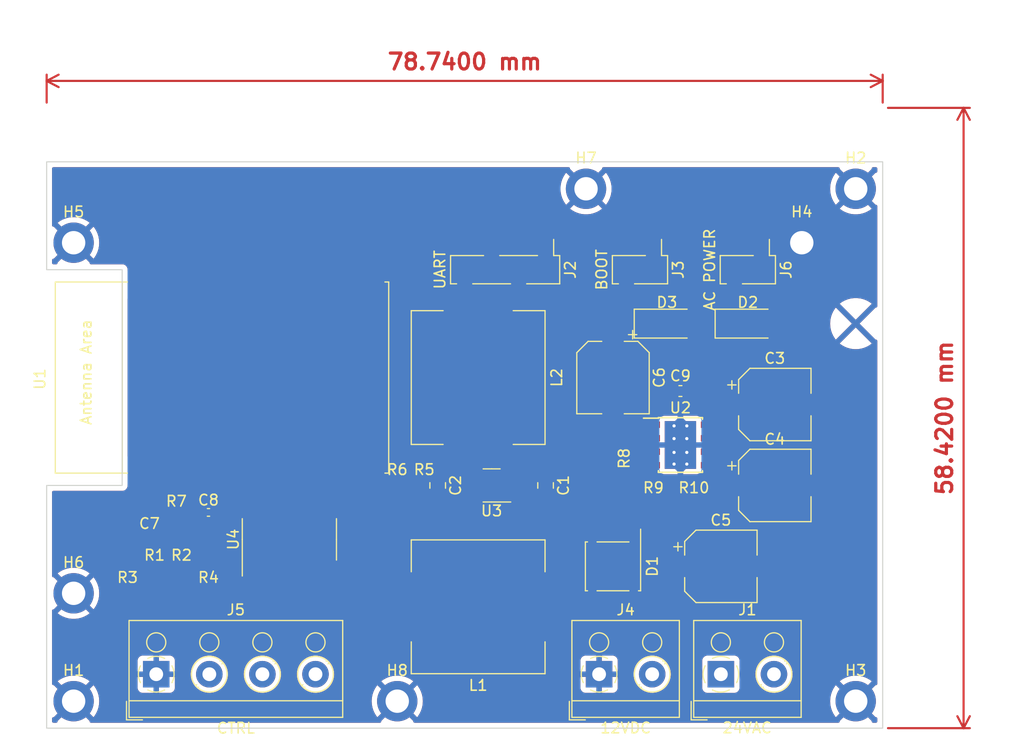
<source format=kicad_pcb>
(kicad_pcb (version 20211014) (generator pcbnew)
  (layers (0 "F.Cu" signal) (31 "B.Cu" signal) (34 "B.Paste" user) (35 "F.Paste" user) (36 "B.SilkS" user "B.Silkscreen") (37 "F.SilkS" user "F.Silkscreen") (38 "B.Mask" user) (39 "F.Mask" user) (44 "Edge.Cuts" user))
  (net 0 "")
  (net 18 "/GPIO0")
  (net 29 "GND")
  (net 30 "/FAN_CTRL")
  (net 31 "/PUMP_CTRL")
  (net 32 "/UART_TX")
  (net 33 "/UART_RX")
  (net 34 "/VAC-")
  (net 35 "/VAC+")
  (net 36 "Net-(C9-Pad2)")
  (net 37 "Net-(C3-Pad1)")
  (net 38 "/VCC12")
  (net 39 "/VCC33")
  (net 40 "Net-(R1-Pad1)")
  (net 41 "Net-(R2-Pad1)")
  (net 42 "/GPIO25")
  (net 43 "/GPIO26")
  (net 44 "/PUMP_TEMP")
  (net 45 "Net-(R5-Pad1)")
  (net 46 "/ADC1_CH0")
  (net 50 "/CHIP_PU")
  (net 51 "/AC_JUMPER")
  (net 52 "Net-(C9-Pad1)")
  (net 53 "Net-(R10-Pad1)")
  (net 57 "Net-(L1-Pad1)")
  (net 58 "Net-(C6-Pad1)")
  (net 59 "Net-(R8-Pad2)")
  (footprint "Package_SO:TI_SO-PowerPAD-8_ThermalVias" (layer "F.Cu") (at 125.73 118.11)
    (fp_text reference "U2" (at 0 -3.5) (layer "F.SilkS"))
    (fp_text value "TPS5430DDA")
    (fp_line (start -2.075 -2.525) (end -3.475 -2.525) (layer "F.SilkS") (width 0.15))
    (fp_line (start -2.075 2.575) (end -2.075 2.43) (layer "F.SilkS") (width 0.15))
    (fp_line (start 2.075 -2.575) (end 2.075 -2.43) (layer "F.SilkS") (width 0.15))
    (fp_line (start 2.075 2.575) (end 2.075 2.43) (layer "F.SilkS") (width 0.15))
    (fp_line (start -2.075 -2.575) (end 2.075 -2.575) (layer "F.SilkS") (width 0.15))
    (fp_line (start -2.075 2.575) (end 2.075 2.575) (layer "F.SilkS") (width 0.15))
    (fp_line (start -2.075 -2.575) (end -2.075 -2.525) (layer "F.SilkS") (width 0.15))
    (pad "1" smd rect (at -2.7 -1.905) (size 1.55 0.6) (layers "F.Cu" "F.Paste" "F.Mask") (net 52 "Net-(C9-Pad1)"))
    (pad "2" smd rect (at -2.7 -0.635) (size 1.55 0.6) (layers "F.Cu" "F.Paste" "F.Mask"))
    (pad "3" smd rect (at -2.7 0.635) (size 1.55 0.6) (layers "F.Cu" "F.Paste" "F.Mask"))
    (pad "4" smd rect (at -2.7 1.905) (size 1.55 0.6) (layers "F.Cu" "F.Paste" "F.Mask") (net 59 "Net-(R8-Pad2)"))
    (pad "5" smd rect (at 2.7 1.905) (size 1.55 0.6) (layers "F.Cu" "F.Paste" "F.Mask"))
    (pad "6" smd rect (at 2.7 0.635) (size 1.55 0.6) (layers "F.Cu" "F.Paste" "F.Mask") (net 29 "GND"))
    (pad "7" smd rect (at 2.7 -0.635) (size 1.55 0.6) (layers "F.Cu" "F.Paste" "F.Mask") (net 37 "Net-(C3-Pad1)"))
    (pad "8" smd rect (at 2.7 -1.905) (size 1.55 0.6) (layers "F.Cu" "F.Paste" "F.Mask") (net 36 "Net-(C9-Pad2)"))
    (pad "9" thru_hole circle (at -0.6 1.8) (size 0.6 0.6) (drill 0.3) (layers *.Cu) (net 29 "GND"))
    (pad "9" smd rect (at 0 0) (size 2.95 4.5) (layers "F.Cu") (net 29 "GND"))
    (pad "9" thru_hole circle (at -0.6 0.7) (size 0.6 0.6) (drill 0.3) (layers *.Cu) (net 29 "GND"))
    (pad "9" smd rect (at 0 0) (size 2.6 3.1) (layers "F.Cu" "F.Paste" "F.Mask") (net 29 "GND"))
    (pad "9" smd rect (at 0 0) (size 2.95 4.5) (layers "B.Cu") (net 29 "GND"))
    (pad "9" thru_hole circle (at 0.6 -0.6) (size 0.6 0.6) (drill 0.3) (layers *.Cu) (net 29 "GND"))
    (pad "9" thru_hole circle (at -0.6 -0.6) (size 0.6 0.6) (drill 0.3) (layers *.Cu) (net 29 "GND"))
    (pad "9" thru_hole circle (at 0.6 0.7) (size 0.6 0.6) (drill 0.3) (layers *.Cu) (net 29 "GND"))
    (pad "9" thru_hole circle (at 0.6 1.8) (size 0.6 0.6) (drill 0.3) (layers *.Cu) (net 29 "GND"))
    (pad "9" thru_hole circle (at -0.6 -1.8) (size 0.6 0.6) (drill 0.3) (layers *.Cu) (net 29 "GND"))
    (pad "9" thru_hole circle (at 0.6 -1.8) (size 0.6 0.6) (drill 0.3) (layers *.Cu) (net 29 "GND"))
  )
  (footprint "Connector_PinHeader_2.54mm:PinHeader_1x02_P2.54mm_Vertical_SMD_Pin1Left" (layer "F.Cu") (at 132.08 101.6 -90)
    (fp_text reference "J6" (at 0 -3.6 90) (layer "F.SilkS"))
    (fp_text value "AC POWER")
    (fp_text user "${VALUE}" (at 0 3.597991 90) (layer "F.SilkS"))
    (fp_line (start -1.33 -2.6) (end 1.33 -2.6) (layer "F.SilkS") (width 0.12))
    (fp_line (start -1.33 2.6) (end 1.33 2.6) (layer "F.SilkS") (width 0.12))
    (fp_line (start -1.33 -0.51) (end -1.33 2.6) (layer "F.SilkS") (width 0.12))
    (fp_line (start -1.33 -2.03) (end -2.85 -2.03) (layer "F.SilkS") (width 0.12))
    (fp_line (start 1.33 2.03) (end 1.33 2.6) (layer "F.SilkS") (width 0.12))
    (fp_line (start 1.33 -2.6) (end 1.33 0.51) (layer "F.SilkS") (width 0.12))
    (fp_line (start -1.33 -2.6) (end -1.33 -2.03) (layer "F.SilkS") (width 0.12))
    (pad "1" smd rect (at -1.655 -1.27 270) (size 2.51 1) (layers "F.Cu" "F.Paste" "F.Mask") (net 51 "/AC_JUMPER"))
    (pad "2" smd rect (at 1.655 1.27 270) (size 2.51 1) (layers "F.Cu" "F.Paste" "F.Mask") (net 38 "/VCC12"))
  )
  (footprint "Capacitor_SMD:CP_Elec_6.3x7.7" (layer "F.Cu") (at 134.62 121.92)
    (fp_text reference "C4" (at 0 -4.35) (layer "F.SilkS"))
    (fp_text value "470uF/50V")
    (fp_line (start -4.4375 -1.8475) (end -3.65 -1.8475) (layer "F.SilkS") (width 0.12))
    (fp_line (start -4.04375 -2.24125) (end -4.04375 -1.45375) (layer "F.SilkS") (width 0.12))
    (fp_line (start -3.41 2.345563) (end -2.345563 3.41) (layer "F.SilkS") (width 0.12))
    (fp_line (start 3.41 -3.41) (end 3.41 -1.06) (layer "F.SilkS") (width 0.12))
    (fp_line (start -3.41 2.345563) (end -3.41 1.06) (layer "F.SilkS") (width 0.12))
    (fp_line (start -2.345563 3.41) (end 3.41 3.41) (layer "F.SilkS") (width 0.12))
    (fp_line (start -2.345563 -3.41) (end 3.41 -3.41) (layer "F.SilkS") (width 0.12))
    (fp_line (start 3.41 3.41) (end 3.41 1.06) (layer "F.SilkS") (width 0.12))
    (fp_line (start -3.41 -2.345563) (end -2.345563 -3.41) (layer "F.SilkS") (width 0.12))
    (fp_line (start -3.41 -2.345563) (end -3.41 -1.06) (layer "F.SilkS") (width 0.12))
    (pad "1" smd roundrect (at -2.7 0) (size 3.5 1.6) (layers "F.Cu" "F.Paste" "F.Mask") (roundrect_rratio 0.15625) (net 37 "Net-(C3-Pad1)"))
    (pad "2" smd roundrect (at 2.7 0) (size 3.5 1.6) (layers "F.Cu" "F.Paste" "F.Mask") (roundrect_rratio 0.15625) (net 29 "GND"))
  )
  (footprint "Diode_SMD:D_SOD-128" (layer "F.Cu") (at 124.46 106.68)
    (fp_text reference "D3" (at 0 -2) (layer "F.SilkS"))
    (fp_text value "SS34")
    (fp_line (start -3.08 1.36) (end 1.9 1.36) (layer "F.SilkS") (width 0.12))
    (fp_line (start -3.08 -1.36) (end -3.08 1.36) (layer "F.SilkS") (width 0.12))
    (fp_line (start -3.08 -1.36) (end 1.9 -1.36) (layer "F.SilkS") (width 0.12))
    (pad "1" smd rect (at -2.2 0) (size 1.4 2.1) (layers "F.Cu" "F.Paste" "F.Mask") (net 51 "/AC_JUMPER"))
    (pad "2" smd rect (at 2.2 0) (size 1.4 2.1) (layers "F.Cu" "F.Paste" "F.Mask") (net 58 "Net-(C6-Pad1)"))
  )
  (footprint "Capacitor_SMD:C_0805_2012Metric" (layer "F.Cu") (at 113.03 121.92 -90)
    (fp_text reference "C1" (at 0 -1.68 90) (layer "F.SilkS"))
    (fp_text value "4.7 uF")
    (fp_line (start -0.261252 0.735) (end 0.261252 0.735) (layer "F.SilkS") (width 0.12))
    (fp_line (start -0.261252 -0.735) (end 0.261252 -0.735) (layer "F.SilkS") (width 0.12))
    (pad "1" smd roundrect (at -0.95 0 270) (size 1 1.45) (layers "F.Cu" "F.Paste" "F.Mask") (net 38 "/VCC12"))
    (pad "2" smd roundrect (at 0.95 0 270) (size 1 1.45) (layers "F.Cu" "F.Paste" "F.Mask") (net 29 "GND"))
  )
  (footprint "MountingHole:MountingHole_2.2mm_M2_DIN965_Pad_TopBottom" (layer "F.Cu") (at 68.58 99.06)
    (fp_text reference "H5" (at 0 -2.9) (layer "F.SilkS"))
    (fp_text value "MountingHole_Pad")
    (pad "1" connect circle (at 0 0) (size 3.8 3.8) (layers "B.Cu" "B.Mask") (net 29 "GND"))
    (pad "1" connect circle (at 0 0) (size 3.8 3.8) (layers "F.Cu" "F.Mask") (net 29 "GND"))
    (pad "1" thru_hole circle (at 0 0) (size 2.6 2.6) (drill 2.2) (layers *.Cu *.Mask) (net 29 "GND"))
  )
  (footprint "Capacitor_SMD:C_0805_2012Metric" (layer "F.Cu") (at 102.87 121.92 -90)
    (fp_text reference "C2" (at 0 -1.68 90) (layer "F.SilkS"))
    (fp_text value "10 uF")
    (fp_line (start -0.261252 -0.735) (end 0.261252 -0.735) (layer "F.SilkS") (width 0.12))
    (fp_line (start -0.261252 0.735) (end 0.261252 0.735) (layer "F.SilkS") (width 0.12))
    (pad "1" smd roundrect (at -0.95 0 270) (size 1 1.45) (layers "F.Cu" "F.Paste" "F.Mask") (net 39 "/VCC33"))
    (pad "2" smd roundrect (at 0.95 0 270) (size 1 1.45) (layers "F.Cu" "F.Paste" "F.Mask") (net 29 "GND"))
  )
  (footprint "Connector_PinHeader_2.54mm:PinHeader_1x04_P2.54mm_Vertical_SMD_Pin1Left" (layer "F.Cu") (at 109.22 101.6 -90)
    (fp_text reference "J2" (at 0 -6.14 90) (layer "F.SilkS"))
    (fp_text value "UART" (at 0 6.14 90) (layer "F.SilkS"))
    (fp_line (start 1.33 -0.51) (end 1.33 3.05) (layer "F.SilkS") (width 0.12))
    (fp_line (start -1.33 -4.57) (end -2.85 -4.57) (layer "F.SilkS") (width 0.12))
    (fp_line (start -1.33 2.03) (end -1.33 5.14) (layer "F.SilkS") (width 0.12))
    (fp_line (start -1.33 -5.14) (end 1.33 -5.14) (layer "F.SilkS") (width 0.12))
    (fp_line (start 1.33 -5.14) (end 1.33 -2.03) (layer "F.SilkS") (width 0.12))
    (fp_line (start -1.33 -5.14) (end -1.33 -4.57) (layer "F.SilkS") (width 0.12))
    (fp_line (start 1.33 4.57) (end 1.33 5.14) (layer "F.SilkS") (width 0.12))
    (fp_line (start -1.33 5.14) (end 1.33 5.14) (layer "F.SilkS") (width 0.12))
    (fp_line (start -1.33 -3.05) (end -1.33 0.51) (layer "F.SilkS") (width 0.12))
    (pad "1" smd rect (at -1.655 -3.81 270) (size 2.51 1) (layers "F.Cu" "F.Paste" "F.Mask") (net 39 "/VCC33"))
    (pad "2" smd rect (at 1.655 -1.27 270) (size 2.51 1) (layers "F.Cu" "F.Paste" "F.Mask") (net 29 "GND"))
    (pad "3" smd rect (at -1.655 1.27 270) (size 2.51 1) (layers "F.Cu" "F.Paste" "F.Mask") (net 33 "/UART_RX"))
    (pad "4" smd rect (at 1.655 3.81 270) (size 2.51 1) (layers "F.Cu" "F.Paste" "F.Mask") (net 32 "/UART_TX"))
  )
  (footprint "TerminalBlock_RND:TerminalBlock_RND_205-00001_1x02_P5.00mm_Horizontal" (layer "F.Cu") (at 129.54 139.7)
    (fp_text reference "J1" (at 2.5 -6.06) (layer "F.SilkS"))
    (fp_text value "24VAC")
    (fp_text user "${VALUE}" (at 2.477324 5.05147) (layer "F.SilkS"))
    (fp_line (start 6.07 -1.275) (end 6.011 -1.216) (layer "F.SilkS") (width 0.12))
    (fp_line (start -2.56 -5.06) (end -2.56 4.06) (layer "F.SilkS") (width 0.12))
    (fp_line (start -2.8 4.3) (end -1.3 4.3) (layer "F.SilkS") (width 0.12))
    (fp_line (start 6.275 -1.069) (end 6.181 -0.976) (layer "F.SilkS") (width 0.12))
    (fp_line (start 3.82 0.976) (end 3.726 1.069) (layer "F.SilkS") (width 0.12))
    (fp_line (start -2.56 2.5) (end 7.56 2.5) (layer "F.SilkS") (width 0.12))
    (fp_line (start -2.8 2.56) (end -2.8 4.3) (layer "F.SilkS") (width 0.12))
    (fp_line (start -2.56 -5.06) (end 7.56 -5.06) (layer "F.SilkS") (width 0.12))
    (fp_line (start -2.56 4.06) (end 7.56 4.06) (layer "F.SilkS") (width 0.12))
    (fp_line (start 3.99 1.216) (end 3.931 1.274) (layer "F.SilkS") (width 0.12))
    (fp_line (start 7.56 -5.06) (end 7.56 4.06) (layer "F.SilkS") (width 0.12))
    (fp_arc (start 1.483953 -0.789089) (mid 1.680708 -0.00005) (end 1.484 0.789) (layer "F.SilkS") (width 0.12))
    (fp_arc (start -0.789089 -1.483953) (mid -0.00005 -1.680708) (end 0.789 -1.484) (layer "F.SilkS") (width 0.12))
    (fp_arc (start -1.483953 0.789089) (mid -1.680708 0.00005) (end -1.484 -0.789) (layer "F.SilkS") (width 0.12))
    (fp_arc (start 0.029383 1.68045) (mid -0.392304 1.634281) (end -0.789 1.484) (layer "F.SilkS") (width 0.12))
    (fp_arc (start 0.788712 1.483352) (mid 0.406429 1.630097) (end 0 1.68) (layer "F.SilkS") (width 0.12))
    (fp_circle (center 5 0) (end 6.68 0) (layer "F.SilkS") (width 0.12) (fill none))
    (fp_circle (center 5 -3) (end 5.9 -3) (layer "F.SilkS") (width 0.12) (fill none))
    (fp_circle (center 0 -3) (end 0.9 -3) (layer "F.SilkS") (width 0.12) (fill none))
    (pad "1" thru_hole rect (at 0 0) (size 2.5 2.5) (drill 1.3) (layers *.Cu *.Mask) (net 34 "/VAC-"))
    (pad "2" thru_hole circle (at 5 0) (size 2.5 2.5) (drill 1.3) (layers *.Cu *.Mask) (net 35 "/VAC+"))
  )
  (footprint "Package_TO_SOT_SMD:SOT-23-5" (layer "F.Cu") (at 107.95 121.92 180)
    (fp_text reference "U3" (at 0 -2.4) (layer "F.SilkS"))
    (fp_text value "TPS62203DBV")
    (fp_line (start 0 -1.56) (end -1.8 -1.56) (layer "F.SilkS") (width 0.12))
    (fp_line (start 0 -1.56) (end 0.8 -1.56) (layer "F.SilkS") (width 0.12))
    (fp_line (start 0 1.56) (end 0.8 1.56) (layer "F.SilkS") (width 0.12))
    (fp_line (start 0 1.56) (end -0.8 1.56) (layer "F.SilkS") (width 0.12))
    (pad "1" smd roundrect (at -1.1375 -0.95 180) (size 1.325 0.6) (layers "F.Cu" "F.Paste" "F.Mask") (net 38 "/VCC12"))
    (pad "2" smd roundrect (at -1.1375 0 180) (size 1.325 0.6) (layers "F.Cu" "F.Paste" "F.Mask") (net 29 "GND"))
    (pad "3" smd roundrect (at -1.1375 0.95 180) (size 1.325 0.6) (layers "F.Cu" "F.Paste" "F.Mask") (net 38 "/VCC12"))
    (pad "4" smd roundrect (at 1.1375 0.95 180) (size 1.325 0.6) (layers "F.Cu" "F.Paste" "F.Mask") (net 39 "/VCC33"))
    (pad "5" smd roundrect (at 1.1375 -0.95 180) (size 1.325 0.6) (layers "F.Cu" "F.Paste" "F.Mask") (net 57 "Net-(L1-Pad1)"))
  )
  (footprint "Resistor_SMD:R_0201_0603Metric" (layer "F.Cu") (at 123.19 123.19)
    (fp_text reference "R9" (at 0 -1.05) (layer "F.SilkS"))
    (fp_text value "1.8k")
    (pad "1" smd roundrect (at -0.32 0) (size 0.46 0.4) (layers "F.Cu" "F.Mask") (net 59 "Net-(R8-Pad2)"))
    (pad "2" smd roundrect (at 0.32 0) (size 0.46 0.4) (layers "F.Cu" "F.Mask") (net 53 "Net-(R10-Pad1)"))
  )
  (footprint "Diode_SMD:D_SOD-128" (layer "F.Cu") (at 132.08 106.68)
    (fp_text reference "D2" (at 0 -2) (layer "F.SilkS"))
    (fp_text value "SS34")
    (fp_line (start -3.08 -1.36) (end -3.08 1.36) (layer "F.SilkS") (width 0.12))
    (fp_line (start -3.08 1.36) (end 1.9 1.36) (layer "F.SilkS") (width 0.12))
    (fp_line (start -3.08 -1.36) (end 1.9 -1.36) (layer "F.SilkS") (width 0.12))
    (pad "1" smd rect (at -2.2 0) (size 1.4 2.1) (layers "F.Cu" "F.Paste" "F.Mask") (net 36 "Net-(C9-Pad2)"))
    (pad "2" smd rect (at 2.2 0) (size 1.4 2.1) (layers "F.Cu" "F.Paste" "F.Mask") (net 29 "GND"))
  )
  (footprint "MountingHole:MountingHole_2.2mm_M2_DIN965_Pad_TopBottom" (layer "F.Cu") (at 99.06 142.24)
    (fp_text reference "H8" (at 0 -2.9) (layer "F.SilkS"))
    (fp_text value "MountingHole_Pad")
    (pad "1" connect circle (at 0 0) (size 3.8 3.8) (layers "B.Cu" "B.Mask") (net 29 "GND"))
    (pad "1" connect circle (at 0 0) (size 3.8 3.8) (layers "F.Cu" "F.Mask") (net 29 "GND"))
    (pad "1" thru_hole circle (at 0 0) (size 2.6 2.6) (drill 2.2) (layers *.Cu *.Mask) (net 29 "GND"))
  )
  (footprint "Resistor_SMD:R_0201_0603Metric" (layer "F.Cu") (at 73.66 129.54 180)
    (fp_text reference "R3" (at 0 -1.05) (layer "F.SilkS"))
    (fp_text value "68k")
    (pad "1" smd roundrect (at -0.32 0 180) (size 0.46 0.4) (layers "F.Cu" "F.Mask") (net 40 "Net-(R1-Pad1)"))
    (pad "2" smd roundrect (at 0.32 0 180) (size 0.46 0.4) (layers "F.Cu" "F.Mask") (net 30 "/FAN_CTRL"))
  )
  (footprint "MountingHole:MountingHole_2.2mm_M2_DIN965_Pad_TopBottom" (layer "F.Cu") (at 137.16 99.06)
    (fp_text reference "H4" (at 0 -2.9) (layer "F.SilkS"))
    (fp_text value "MountingHole_Pad")
    (pad "1" thru_hole circle (at 0 0) (size 2.6 2.6) (drill 2.2) (layers *.Cu *.Mask) (net 29 "GND"))
    (pad "1" connect circle (at 0 0) (size 3.8 3.8) (layers "F.Cu" "F.Mask") (net 29 "GND"))
    (pad "1" connect circle (at 0 0) (size 3.8 3.8) (layers "B.Cu" "B.Mask") (net 29 "GND"))
  )
  (footprint "MountingHole:MountingHole_2.2mm_M2_DIN965_Pad_TopBottom" (layer "F.Cu") (at 142.24 142.24)
    (fp_text reference "H3" (at 0 -2.9) (layer "F.SilkS"))
    (fp_text value "MountingHole_Pad")
    (pad "1" thru_hole circle (at 0 0) (size 2.6 2.6) (drill 2.2) (layers *.Cu *.Mask) (net 29 "GND"))
    (pad "1" connect circle (at 0 0) (size 3.8 3.8) (layers "B.Cu" "B.Mask") (net 29 "GND"))
    (pad "1" connect circle (at 0 0) (size 3.8 3.8) (layers "F.Cu" "F.Mask") (net 29 "GND"))
  )
  (footprint "Resistor_SMD:R_0201_0603Metric" (layer "F.Cu") (at 99.06 119.38 180)
    (fp_text reference "R6" (at 0 -1.05) (layer "F.SilkS"))
    (fp_text value "2k")
    (pad "1" smd roundrect (at -0.32 0 180) (size 0.46 0.4) (layers "F.Cu" "F.Mask") (net 46 "/ADC1_CH0"))
    (pad "2" smd roundrect (at 0.32 0 180) (size 0.46 0.4) (layers "F.Cu" "F.Mask") (net 29 "GND"))
  )
  (footprint "Inductor_SMD:L_12x12mm_H8mm" (layer "F.Cu") (at 106.68 111.76 -90)
    (fp_text reference "L2" (at 0 -7.4 90) (layer "F.SilkS"))
    (fp_text value "YPRH1207-270M")
    (fp_line (start 6.3 3.3) (end 6.3 6.3) (layer "F.SilkS") (width 0.12))
    (fp_line (start -6.3 6.3) (end -6.3 3.3) (layer "F.SilkS") (width 0.12))
    (fp_line (start -6.3 -6.3) (end 6.3 -6.3) (layer "F.SilkS") (width 0.12))
    (fp_line (start 6.3 6.3) (end -6.3 6.3) (layer "F.SilkS") (width 0.12))
    (fp_line (start 6.3 -6.3) (end 6.3 -3.3) (layer "F.SilkS") (width 0.12))
    (fp_line (start -6.3 -3.3) (end -6.3 -6.3) (layer "F.SilkS") (width 0.12))
    (pad "1" smd rect (at -4.95 0 270) (size 2.9 5.4) (layers "F.Cu" "F.Paste" "F.Mask") (net 36 "Net-(C9-Pad2)"))
    (pad "2" smd rect (at 4.95 0 270) (size 2.9 5.4) (layers "F.Cu" "F.Paste" "F.Mask") (net 58 "Net-(C6-Pad1)"))
  )
  (footprint "Resistor_SMD:R_0201_0603Metric" (layer "F.Cu") (at 78.74 129.54)
    (fp_text reference "R2" (at 0 -1.05) (layer "F.SilkS"))
    (fp_text value "33k")
    (pad "1" smd roundrect (at -0.32 0) (size 0.46 0.4) (layers "F.Cu" "F.Mask") (net 41 "Net-(R2-Pad1)"))
    (pad "2" smd roundrect (at 0.32 0) (size 0.46 0.4) (layers "F.Cu" "F.Mask") (net 29 "GND"))
  )
  (footprint "TerminalBlock_RND:TerminalBlock_RND_205-00003_1x04_P5.00mm_Horizontal" (layer "F.Cu") (at 76.36 139.7)
    (fp_text reference "J5" (at 7.5 -6.06) (layer "F.SilkS"))
    (fp_text value "CTRL")
    (fp_text user "${VALUE}" (at 7.5005 5.08) (layer "F.SilkS"))
    (fp_line (start 17.561 -5.06) (end 17.561 4.06) (layer "F.SilkS") (width 0.12))
    (fp_line (start 16.275 -1.069) (end 16.181 -0.976) (layer "F.SilkS") (width 0.12))
    (fp_line (start -2.8 4.3) (end -1.3 4.3) (layer "F.SilkS") (width 0.12))
    (fp_line (start 13.99 1.216) (end 13.931 1.274) (layer "F.SilkS") (width 0.12))
    (fp_line (start -2.56 4.06) (end 17.561 4.06) (layer "F.SilkS") (width 0.12))
    (fp_line (start 8.82 0.976) (end 8.726 1.069) (layer "F.SilkS") (width 0.12))
    (fp_line (start 3.82 0.976) (end 3.726 1.069) (layer "F.SilkS") (width 0.12))
    (fp_line (start 13.82 0.976) (end 13.726 1.069) (layer "F.SilkS") (width 0.12))
    (fp_line (start 16.07 -1.275) (end 16.011 -1.216) (layer "F.SilkS") (width 0.12))
    (fp_line (start -2.56 -5.06) (end 17.561 -5.06) (layer "F.SilkS") (width 0.12))
    (fp_line (start -2.56 2.5) (end 17.561 2.5) (layer "F.SilkS") (width 0.12))
    (fp_line (start 6.275 -1.069) (end 6.181 -0.976) (layer "F.SilkS") (width 0.12))
    (fp_line (start 11.07 -1.275) (end 11.011 -1.216) (layer "F.SilkS") (width 0.12))
    (fp_line (start 3.99 1.216) (end 3.931 1.274) (layer "F.SilkS") (width 0.12))
    (fp_line (start 8.99 1.216) (end 8.931 1.274) (layer "F.SilkS") (width 0.12))
    (fp_line (start -2.8 2.56) (end -2.8 4.3) (layer "F.SilkS") (width 0.12))
    (fp_line (start 6.07 -1.275) (end 6.011 -1.216) (layer "F.SilkS") (width 0.12))
    (fp_line (start 11.275 -1.069) (end 11.181 -0.976) (layer "F.SilkS") (width 0.12))
    (fp_line (start -2.56 -5.06) (end -2.56 4.06) (layer "F.SilkS") (width 0.12))
    (fp_arc (start -0.789089 -1.483953) (mid -0.00005 -1.680708) (end 0.789 -1.484) (layer "F.SilkS") (width 0.12))
    (fp_arc (start 0.788712 1.483352) (mid 0.406429 1.630097) (end 0 1.68) (layer "F.SilkS") (width 0.12))
    (fp_arc (start -1.483953 0.789089) (mid -1.680708 0.00005) (end -1.484 -0.789) (layer "F.SilkS") (width 0.12))
    (fp_arc (start 1.483953 -0.789089) (mid 1.680708 -0.00005) (end 1.484 0.789) (layer "F.SilkS") (width 0.12))
    (fp_arc (start 0.029383 1.68045) (mid -0.392304 1.634281) (end -0.789 1.484) (layer "F.SilkS") (width 0.12))
    (fp_circle (center 15 0) (end 16.68 0) (layer "F.SilkS") (width 0.12) (fill none))
    (fp_circle (center 5 -3) (end 5.9 -3) (layer "F.SilkS") (width 0.12) (fill none))
    (fp_circle (center 0 -3) (end 0.9 -3) (layer "F.SilkS") (width 0.12) (fill none))
    (fp_circle (center 15 -3) (end 15.9 -3) (layer "F.SilkS") (width 0.12) (fill none))
    (fp_circle (center 5 0) (end 6.68 0) (layer "F.SilkS") (width 0.12) (fill none))
    (fp_circle (center 10 -3) (end 10.9 -3) (layer "F.SilkS") (width 0.12) (fill none))
    (fp_circle (center 10 0) (end 11.68 0) (layer "F.SilkS") (width 0.12) (fill none))
    (pad "1" thru_hole rect (at 0 0) (size 2.5 2.5) (drill 1.3) (layers *.Cu *.Mask) (net 29 "GND"))
    (pad "2" thru_hole circle (at 5 0) (size 2.5 2.5) (drill 1.3) (layers *.Cu *.Mask) (net 30 "/FAN_CTRL"))
    (pad "3" thru_hole circle (at 10 0) (size 2.5 2.5) (drill 1.3) (layers *.Cu *.Mask) (net 31 "/PUMP_CTRL"))
    (pad "4" thru_hole circle (at 15 0) (size 2.5 2.5) (drill 1.3) (layers *.Cu *.Mask) (net 44 "/PUMP_TEMP"))
  )
  (footprint "Capacitor_SMD:CP_Elec_6.3x7.7" (layer "F.Cu") (at 129.54 129.54)
    (fp_text reference "C5" (at 0 -4.35) (layer "F.SilkS"))
    (fp_text value "470uF/50V")
    (fp_line (start -2.345563 -3.41) (end 3.41 -3.41) (layer "F.SilkS") (width 0.12))
    (fp_line (start -4.04375 -2.24125) (end -4.04375 -1.45375) (layer "F.SilkS") (width 0.12))
    (fp_line (start -3.41 -2.345563) (end -3.41 -1.06) (layer "F.SilkS") (width 0.12))
    (fp_line (start -3.41 -2.345563) (end -2.345563 -3.41) (layer "F.SilkS") (width 0.12))
    (fp_line (start -2.345563 3.41) (end 3.41 3.41) (layer "F.SilkS") (width 0.12))
    (fp_line (start 3.41 -3.41) (end 3.41 -1.06) (layer "F.SilkS") (width 0.12))
    (fp_line (start -3.41 2.345563) (end -3.41 1.06) (layer "F.SilkS") (width 0.12))
    (fp_line (start 3.41 3.41) (end 3.41 1.06) (layer "F.SilkS") (width 0.12))
    (fp_line (start -4.4375 -1.8475) (end -3.65 -1.8475) (layer "F.SilkS") (width 0.12))
    (fp_line (start -3.41 2.345563) (end -2.345563 3.41) (layer "F.SilkS") (width 0.12))
    (pad "1" smd roundrect (at -2.7 0) (size 3.5 1.6) (layers "F.Cu" "F.Paste" "F.Mask") (roundrect_rratio 0.15625) (net 37 "Net-(C3-Pad1)"))
    (pad "2" smd roundrect (at 2.7 0) (size 3.5 1.6) (layers "F.Cu" "F.Paste" "F.Mask") (roundrect_rratio 0.15625) (net 29 "GND"))
  )
  (footprint "Capacitor_SMD:C_0603_1608Metric" (layer "F.Cu") (at 125.73 113.03)
    (fp_text reference "C9" (at 0 -1.43) (layer "F.SilkS"))
    (fp_text value "0.01uF")
    (fp_line (start -0.14058 0.51) (end 0.14058 0.51) (layer "F.SilkS") (width 0.12))
    (fp_line (start -0.14058 -0.51) (end 0.14058 -0.51) (layer "F.SilkS") (width 0.12))
    (pad "1" smd roundrect (at -0.775 0) (size 0.9 0.95) (layers "F.Cu" "F.Paste" "F.Mask") (net 52 "Net-(C9-Pad1)"))
    (pad "2" smd roundrect (at 0.775 0) (size 0.9 0.95) (layers "F.Cu" "F.Paste" "F.Mask") (net 36 "Net-(C9-Pad2)"))
  )
  (footprint "Capacitor_SMD:C_0201_0603Metric" (layer "F.Cu") (at 75.72 124.46 180)
    (fp_text reference "C7" (at 0 -1.05) (layer "F.SilkS"))
    (fp_text value "0.1uF/5V")
    (pad "1" smd roundrect (at -0.32 0 180) (size 0.46 0.4) (layers "F.Cu" "F.Mask") (net 39 "/VCC33"))
    (pad "2" smd roundrect (at 0.32 0 180) (size 0.46 0.4) (layers "F.Cu" "F.Mask") (net 29 "GND"))
  )
  (footprint "MountingHole:MountingHole_2.2mm_M2_DIN965_Pad_TopBottom" (layer "F.Cu") (at 116.84 93.98)
    (fp_text reference "H7" (at 0 -2.9) (layer "F.SilkS"))
    (fp_text value "MountingHole_Pad")
    (pad "1" connect circle (at 0 0) (size 3.8 3.8) (layers "B.Cu" "B.Mask") (net 29 "GND"))
    (pad "1" thru_hole circle (at 0 0) (size 2.6 2.6) (drill 2.2) (layers *.Cu *.Mask) (net 29 "GND"))
    (pad "1" connect circle (at 0 0) (size 3.8 3.8) (layers "F.Cu" "F.Mask") (net 29 "GND"))
  )
  (footprint "Resistor_SMD:R_0201_0603Metric" (layer "F.Cu") (at 76.2 129.54)
    (fp_text reference "R1" (at 0 -1.05) (layer "F.SilkS"))
    (fp_text value "33k")
    (pad "1" smd roundrect (at -0.32 0) (size 0.46 0.4) (layers "F.Cu" "F.Mask") (net 40 "Net-(R1-Pad1)"))
    (pad "2" smd roundrect (at 0.32 0) (size 0.46 0.4) (layers "F.Cu" "F.Mask") (net 29 "GND"))
  )
  (footprint "MountingHole:MountingHole_2.2mm_M2_DIN965_Pad_TopBottom" (layer "F.Cu") (at 142.24 93.98)
    (fp_text reference "H2" (at 0 -2.9) (layer "F.SilkS"))
    (fp_text value "MountingHole_Pad")
    (pad "1" thru_hole circle (at 0 0) (size 2.6 2.6) (drill 2.2) (layers *.Cu *.Mask) (net 29 "GND"))
    (pad "1" connect circle (at 0 0) (size 3.8 3.8) (layers "F.Cu" "F.Mask") (net 29 "GND"))
    (pad "1" connect circle (at 0 0) (size 3.8 3.8) (layers "B.Cu" "B.Mask") (net 29 "GND"))
  )
  (footprint "Inductor_SMD:L_12x12mm_H8mm" (layer "F.Cu") (at 106.68 133.35 180)
    (fp_text reference "L1" (at 0 -7.4) (layer "F.SilkS"))
    (fp_text value "YPRH1207-270M")
    (fp_line (start 6.3 -6.3) (end 6.3 -3.3) (layer "F.SilkS") (width 0.12))
    (fp_line (start -6.3 -3.3) (end -6.3 -6.3) (layer "F.SilkS") (width 0.12))
    (fp_line (start -6.3 6.3) (end -6.3 3.3) (layer "F.SilkS") (width 0.12))
    (fp_line (start 6.3 3.3) (end 6.3 6.3) (layer "F.SilkS") (width 0.12))
    (fp_line (start 6.3 6.3) (end -6.3 6.3) (layer "F.SilkS") (width 0.12))
    (fp_line (start -6.3 -6.3) (end 6.3 -6.3) (layer "F.SilkS") (width 0.12))
    (pad "1" smd rect (at -4.95 0 180) (size 2.9 5.4) (layers "F.Cu" "F.Paste" "F.Mask") (net 57 "Net-(L1-Pad1)"))
    (pad "2" smd rect (at 4.95 0 180) (size 2.9 5.4) (layers "F.Cu" "F.Paste" "F.Mask") (net 39 "/VCC33"))
  )
  (footprint "Capacitor_SMD:CP_Elec_6.3x7.7" (layer "F.Cu") (at 119.38 111.76 -90)
    (fp_text reference "C6" (at 0 -4.35 90) (layer "F.SilkS"))
    (fp_text value "100uF/25V")
    (fp_line (start 3.41 -3.41) (end 3.41 -1.06) (layer "F.SilkS") (width 0.12))
    (fp_line (start -4.4375 -1.8475) (end -3.65 -1.8475) (layer "F.SilkS") (width 0.12))
    (fp_line (start -3.41 -2.345563) (end -3.41 -1.06) (layer "F.SilkS") (width 0.12))
    (fp_line (start -2.345563 -3.41) (end 3.41 -3.41) (layer "F.SilkS") (width 0.12))
    (fp_line (start -3.41 2.345563) (end -2.345563 3.41) (layer "F.SilkS") (width 0.12))
    (fp_line (start -4.04375 -2.24125) (end -4.04375 -1.45375) (layer "F.SilkS") (width 0.12))
    (fp_line (start -3.41 2.345563) (end -3.41 1.06) (layer "F.SilkS") (width 0.12))
    (fp_line (start 3.41 3.41) (end 3.41 1.06) (layer "F.SilkS") (width 0.12))
    (fp_line (start -2.345563 3.41) (end 3.41 3.41) (layer "F.SilkS") (width 0.12))
    (fp_line (start -3.41 -2.345563) (end -2.345563 -3.41) (layer "F.SilkS") (width 0.12))
    (pad "1" smd roundrect (at -2.7 0 270) (size 3.5 1.6) (layers "F.Cu" "F.Paste" "F.Mask") (roundrect_rratio 0.15625) (net 58 "Net-(C6-Pad1)"))
    (pad "2" smd roundrect (at 2.7 0 270) (size 3.5 1.6) (layers "F.Cu" "F.Paste" "F.Mask") (roundrect_rratio 0.15625) (net 29 "GND"))
  )
  (footprint "Resistor_SMD:R_0201_0603Metric" (layer "F.Cu") (at 81.28 129.54 180)
    (fp_text reference "R4" (at 0 -1.05) (layer "F.SilkS"))
    (fp_text value "68k")
    (pad "1" smd roundrect (at -0.32 0 180) (size 0.46 0.4) (layers "F.Cu" "F.Mask") (net 41 "Net-(R2-Pad1)"))
    (pad "2" smd roundrect (at 0.32 0 180) (size 0.46 0.4) (layers "F.Cu" "F.Mask") (net 31 "/PUMP_CTRL"))
  )
  (footprint "TerminalBlock_RND:TerminalBlock_RND_205-00001_1x02_P5.00mm_Horizontal" (layer "F.Cu") (at 118.07 139.7)
    (fp_text reference "J4" (at 2.5 -6.06) (layer "F.SilkS"))
    (fp_text value "12VDC")
    (fp_text user "${VALUE}" (at 2.5 5.06) (layer "F.SilkS"))
    (fp_line (start 6.07 -1.275) (end 6.011 -1.216) (layer "F.SilkS") (width 0.12))
    (fp_line (start -2.56 2.5) (end 7.56 2.5) (layer "F.SilkS") (width 0.12))
    (fp_line (start 3.99 1.216) (end 3.931 1.274) (layer "F.SilkS") (width 0.12))
    (fp_line (start 3.82 0.976) (end 3.726 1.069) (layer "F.SilkS") (width 0.12))
    (fp_line (start -2.56 4.06) (end 7.56 4.06) (layer "F.SilkS") (width 0.12))
    (fp_line (start 7.56 -5.06) (end 7.56 4.06) (layer "F.SilkS") (width 0.12))
    (fp_line (start -2.8 4.3) (end -1.3 4.3) (layer "F.SilkS") (width 0.12))
    (fp_line (start 6.275 -1.069) (end 6.181 -0.976) (layer "F.SilkS") (width 0.12))
    (fp_line (start -2.56 -5.06) (end -2.56 4.06) (layer "F.SilkS") (width 0.12))
    (fp_line (start -2.8 2.56) (end -2.8 4.3) (layer "F.SilkS") (width 0.12))
    (fp_line (start -2.56 -5.06) (end 7.56 -5.06) (layer "F.SilkS") (width 0.12))
    (fp_arc (start 1.483953 -0.789089) (mid 1.680708 -0.00005) (end 1.484 0.789) (layer "F.SilkS") (width 0.12))
    (fp_arc (start -1.483953 0.789089) (mid -1.680708 0.00005) (end -1.484 -0.789) (layer "F.SilkS") (width 0.12))
    (fp_arc (start 0.788712 1.483352) (mid 0.406429 1.630097) (end 0 1.68) (layer "F.SilkS") (width 0.12))
    (fp_arc (start -0.789089 -1.483953) (mid -0.00005 -1.680708) (end 0.789 -1.484) (layer "F.SilkS") (width 0.12))
    (fp_arc (start 0.029383 1.68045) (mid -0.392304 1.634281) (end -0.789 1.484) (layer "F.SilkS") (width 0.12))
    (fp_circle (center 0 -3) (end 0.9 -3) (layer "F.SilkS") (width 0.12) (fill none))
    (fp_circle (center 5 -3) (end 5.9 -3) (layer "F.SilkS") (width 0.12) (fill none))
    (fp_circle (center 5 0) (end 6.68 0) (layer "F.SilkS") (width 0.12) (fill none))
    (pad "1" thru_hole rect (at 0 0) (size 2.5 2.5) (drill 1.3) (layers *.Cu *.Mask) (net 29 "GND"))
    (pad "2" thru_hole circle (at 5 0) (size 2.5 2.5) (drill 1.3) (layers *.Cu *.Mask) (net 38 "/VCC12"))
  )
  (footprint "Diode_SMD:Diode_Bridge_Diotec_ABS" (layer "F.Cu") (at 119.38 129.54 -90)
    (fp_text reference "D1" (at 0 -3.7 90) (layer "F.SilkS"))
    (fp_text value "ABS2")
    (fp_line (start 2.3 2.6) (end -2.3 2.6) (layer "F.SilkS") (width 0.12))
    (fp_line (start 2.3 -2.4) (end 2.3 -2.6) (layer "F.SilkS") (width 0.12))
    (fp_line (start -2.3 2.6) (end -2.3 2.4) (layer "F.SilkS") (width 0.12))
    (fp_line (start 2.3 -1.5) (end 2.3 1.5) (layer "F.SilkS") (width 0.12))
    (fp_line (start -2.3 1.5) (end -2.3 -1.5) (layer "F.SilkS") (width 0.12))
    (fp_line (start 2.3 2.4) (end 2.3 2.6) (layer "F.SilkS") (width 0.12))
    (fp_line (start 2.3 -2.6) (end -3.5 -2.6) (layer "F.SilkS") (width 0.12))
    (pad "1" smd rect (at -2.975 -2 270) (size 1 0.7) (layers "F.Cu" "F.Paste" "F.Mask") (net 37 "Net-(C3-Pad1)"))
    (pad "2" smd rect (at -2.975 2 270) (size 1 0.7) (layers "F.Cu" "F.Paste" "F.Mask") (net 29 "GND"))
    (pad "3" smd rect (at 2.975 2 270) (size 1 0.7) (layers "F.Cu" "F.Paste" "F.Mask") (net 34 "/VAC-"))
    (pad "4" smd rect (at 2.975 -2 270) (size 1 0.7) (layers "F.Cu" "F.Paste" "F.Mask") (net 35 "/VAC+"))
  )
  (footprint "MountingHole:MountingHole_2.2mm_M2_DIN965_Pad_TopBottom" (layer "F.Cu") (at 68.58 132.08)
    (fp_text reference "H6" (at 0 -2.9) (layer "F.SilkS"))
    (fp_text value "MountingHole_Pad")
    (pad "1" connect circle (at 0 0) (size 3.8 3.8) (layers "B.Cu" "B.Mask") (net 29 "GND"))
    (pad "1" thru_hole circle (at 0 0) (size 2.6 2.6) (drill 2.2) (layers *.Cu *.Mask) (net 29 "GND"))
    (pad "1" connect circle (at 0 0) (size 3.8 3.8) (layers "F.Cu" "F.Mask") (net 29 "GND"))
  )
  (footprint "Resistor_SMD:R_0201_0603Metric" (layer "F.Cu") (at 101.6 119.38 180)
    (fp_text reference "R5" (at 0 -1.05) (layer "F.SilkS"))
    (fp_text value "18k")
    (pad "1" smd roundrect (at -0.32 0 180) (size 0.46 0.4) (layers "F.Cu" "F.Mask") (net 45 "Net-(R5-Pad1)"))
    (pad "2" smd roundrect (at 0.32 0 180) (size 0.46 0.4) (layers "F.Cu" "F.Mask") (net 46 "/ADC1_CH0"))
  )
  (footprint "Connector_PinHeader_2.54mm:PinHeader_1x02_P2.54mm_Vertical_SMD_Pin1Left" (layer "F.Cu") (at 121.92 101.6 -90)
    (fp_text reference "J3" (at 0 -3.6 90) (layer "F.SilkS"))
    (fp_text value "BOOT" (at 0 3.6 90) (layer "F.SilkS"))
    (fp_line (start 1.33 -2.6) (end 1.33 0.51) (layer "F.SilkS") (width 0.12))
    (fp_line (start -1.33 -2.6) (end 1.33 -2.6) (layer "F.SilkS") (width 0.12))
    (fp_line (start 1.33 2.03) (end 1.33 2.6) (layer "F.SilkS") (width 0.12))
    (fp_line (start -1.33 -0.51) (end -1.33 2.6) (layer "F.SilkS") (width 0.12))
    (fp_line (start -1.33 -2.03) (end -2.85 -2.03) (layer "F.SilkS") (width 0.12))
    (fp_line (start -1.33 -2.6) (end -1.33 -2.03) (layer "F.SilkS") (width 0.12))
    (fp_line (start -1.33 2.6) (end 1.33 2.6) (layer "F.SilkS") (width 0.12))
    (pad "1" smd rect (at -1.655 -1.27 270) (size 2.51 1) (layers "F.Cu" "F.Paste" "F.Mask") (net 18 "/GPIO0"))
    (pad "2" smd rect (at 1.655 1.27 270) (size 2.51 1) (layers "F.Cu" "F.Paste" "F.Mask") (net 29 "GND"))
  )
  (footprint "Capacitor_SMD:C_0402_1005Metric" (layer "F.Cu") (at 81.28 124.46)
    (fp_text reference "C8" (at 0 -1.16) (layer "F.SilkS"))
    (fp_text value "1uF/5V")
    (fp_line (start -0.107836 0.36) (end 0.107836 0.36) (layer "F.SilkS") (width 0.12))
    (fp_line (start -0.107836 -0.36) (end 0.107836 -0.36) (layer "F.SilkS") (width 0.12))
    (pad "1" smd roundrect (at -0.48 0) (size 0.56 0.62) (layers "F.Cu" "F.Paste" "F.Mask") (net 50 "/CHIP_PU"))
    (pad "2" smd roundrect (at 0.48 0) (size 0.56 0.62) (layers "F.Cu" "F.Paste" "F.Mask") (net 29 "GND"))
  )
  (footprint "Resistor_SMD:R_0201_0603Metric" (layer "F.Cu") (at 78.26 124.46)
    (fp_text reference "R7" (at 0 -1.05) (layer "F.SilkS"))
    (fp_text value "10k")
    (pad "1" smd roundrect (at -0.32 0) (size 0.46 0.4) (layers "F.Cu" "F.Mask") (net 39 "/VCC33"))
    (pad "2" smd roundrect (at 0.32 0) (size 0.46 0.4) (layers "F.Cu" "F.Mask") (net 50 "/CHIP_PU"))
  )
  (footprint "Resistor_SMD:R_0201_0603Metric" (layer "F.Cu") (at 127 123.19)
    (fp_text reference "R10" (at 0 -1.05) (layer "F.SilkS"))
    (fp_text value "1.8k")
    (pad "1" smd roundrect (at -0.32 0) (size 0.46 0.4) (layers "F.Cu" "F.Mask") (net 53 "Net-(R10-Pad1)"))
    (pad "2" smd roundrect (at 0.32 0) (size 0.46 0.4) (layers "F.Cu" "F.Mask") (net 29 "GND"))
  )
  (footprint "Resistor_SMD:R_0201_0603Metric" (layer "F.Cu") (at 119.38 119.38 -90)
    (fp_text reference "R8" (at 0 -1.05 90) (layer "F.SilkS"))
    (fp_text value "33k")
    (pad "1" smd roundrect (at -0.32 0 270) (size 0.46 0.4) (layers "F.Cu" "F.Mask") (net 58 "Net-(C6-Pad1)"))
    (pad "2" smd roundrect (at 0.32 0 270) (size 0.46 0.4) (layers "F.Cu" "F.Mask") (net 59 "Net-(R8-Pad2)"))
  )
  (footprint "Espressif:ESP32-WROVER-E" (layer "F.Cu") (at 82.55 111.76 90)
    (fp_text reference "U1" (at -0.14 -17.145 90) (layer "F.SilkS"))
    (fp_text value "ESP32-WROVER-E")
    (fp_text user "Antenna Area" (at 0.5 -12.795 90 unlocked) (layer "F.SilkS"))
    (fp_line (start -9 -15.695) (end -9 -8.9) (layer "F.SilkS") (width 0.12))
    (fp_line (start 9 -15.695) (end -9 -15.695) (layer "F.SilkS") (width 0.12))
    (fp_line (start -9 -9.385) (end 9 -9.385) (layer "F.SilkS") (width 0.12))
    (fp_line (start -9 15.705) (end 9 15.705) (layer "F.SilkS") (width 0.12))
    (fp_line (start -9 15.705) (end -9 15.35) (layer "F.SilkS") (width 0.12))
    (fp_line (start 9 -15.65) (end 9 -8.9) (layer "F.SilkS") (width 0.12))
    (fp_line (start 9 15.705) (end 9 15.35) (layer "F.SilkS") (width 0.12))
    (pad "1" smd rect locked (at -8.75 -8.255 90) (size 1.5 0.9) (layers "F.Cu" "F.Paste" "F.Mask") (net 29 "GND"))
    (pad "2" smd rect locked (at -8.75 -6.985 90) (size 1.5 0.9) (layers "F.Cu" "F.Paste" "F.Mask") (net 39 "/VCC33"))
    (pad "3" smd rect locked (at -8.75 -5.715 90) (size 1.5 0.9) (layers "F.Cu" "F.Paste" "F.Mask") (net 50 "/CHIP_PU"))
    (pad "4" smd rect locked (at -8.75 -4.445 90) (size 1.5 0.9) (layers "F.Cu" "F.Paste" "F.Mask") (net 46 "/ADC1_CH0"))
    (pad "5" smd rect locked (at -8.75 -3.175 90) (size 1.5 0.9) (layers "F.Cu" "F.Paste" "F.Mask"))
    (pad "6" smd rect locked (at -8.75 -1.905 90) (size 1.5 0.9) (layers "F.Cu" "F.Paste" "F.Mask"))
    (pad "7" smd rect locked (at -8.75 -0.635 90) (size 1.5 0.9) (layers "F.Cu" "F.Paste" "F.Mask"))
    (pad "8" smd rect locked (at -8.75 0.635 90) (size 1.5 0.9) (layers "F.Cu" "F.Paste" "F.Mask"))
    (pad "9" smd rect locked (at -8.75 1.905 90) (size 1.5 0.9) (layers "F.Cu" "F.Paste" "F.Mask"))
    (pad "10" smd rect locked (at -8.75 3.175 90) (size 1.5 0.9) (layers "F.Cu" "F.Paste" "F.Mask") (net 42 "/GPIO25"))
    (pad "11" smd rect locked (at -8.75 4.445 90) (size 1.5 0.9) (layers "F.Cu" "F.Paste" "F.Mask") (net 43 "/GPIO26"))
    (pad "12" smd rect locked (at -8.75 5.715 90) (size 1.5 0.9) (layers "F.Cu" "F.Paste" "F.Mask"))
    (pad "13" smd rect locked (at -8.75 6.985 90) (size 1.5 0.9) (layers "F.Cu" "F.Paste" "F.Mask"))
    (pad "14" smd rect locked (at -8.75 8.255 90) (size 1.5 0.9) (layers "F.Cu" "F.Paste" "F.Mask"))
    (pad "15" smd rect locked (at -8.75 9.525 90) (size 1.5 0.9) (layers "F.Cu" "F.Paste" "F.Mask") (net 29 "GND"))
    (pad "16" smd rect locked (at -8.75 10.795 90) (size 1.5 0.9) (layers "F.Cu" "F.Paste" "F.Mask"))
    (pad "17" smd rect locked (at -8.75 12.065 90) (size 1.5 0.9) (layers "F.Cu" "F.Paste" "F.Mask"))
    (pad "18" smd rect locked (at -8.75 13.335 90) (size 1.5 0.9) (layers "F.Cu" "F.Paste" "F.Mask"))
    (pad "19" smd rect locked (at -8.75 14.605 90) (size 1.5 0.9) (layers "F.Cu" "F.Paste" "F.Mask"))
    (pad "20" smd rect locked (at 8.75 14.605 90) (size 1.5 0.9) (layers "F.Cu" "F.Paste" "F.Mask"))
    (pad "21" smd rect locked (at 8.75 13.335 90) (size 1.5 0.9) (layers "F.Cu" "F.Paste" "F.Mask"))
    (pad "22" smd rect locked (at 8.75 12.065 90) (size 1.5 0.9) (layers "F.Cu" "F.Paste" "F.Mask"))
    (pad "23" smd rect locked (at 8.75 10.795 90) (size 1.5 0.9) (layers "F.Cu" "F.Paste" "F.Mask"))
    (pad "24" smd rect locked (at 8.75 9.525 90) (size 1.5 0.9) (layers "F.Cu" "F.Paste" "F.Mask"))
    (pad "25" smd rect locked (at 8.75 8.255 90) (size 1.5 0.9) (layers "F.Cu" "F.Paste" "F.Mask") (net 18 "/GPIO0"))
    (pad "26" smd rect locked (at 8.75 6.985 90) (size 1.5 0.9) (layers "F.Cu" "F.Paste" "F.Mask"))
    (pad "27" smd rect locked (at 8.75 5.715 90) (size 1.5 0.9) (layers "F.Cu" "F.Paste" "F.Mask"))
    (pad "28" smd rect locked (at 8.75 4.445 90) (size 1.5 0.9) (layers "F.Cu" "F.Paste" "F.Mask"))
    (pad "29" smd rect locked (at 8.75 3.175 90) (size 1.5 0.9) (layers "F.Cu" "F.Paste" "F.Mask"))
    (pad "30" smd rect locked (at 8.75 1.905 90) (size 1.5 0.9) (layers "F.Cu" "F.Paste" "F.Mask"))
    (pad "31" smd rect locked (at 8.75 0.635 90) (size 1.5 0.9) (layers "F.Cu" "F.Paste" "F.Mask"))
    (pad "32" smd rect locked (at 8.75 -0.635 90) (size 1.5 0.9) (layers "F.Cu" "F.Paste" "F.Mask"))
    (pad "33" smd rect locked (at 8.75 -1.905 90) (size 1.5 0.9) (layers "F.Cu" "F.Paste" "F.Mask"))
    (pad "34" smd rect locked (at 8.75 -3.175 90) (size 1.5 0.9) (layers "F.Cu" "F.Paste" "F.Mask") (net 33 "/UART_RX"))
    (pad "35" smd rect locked (at 8.75 -4.445 90) (size 1.5 0.9) (layers "F.Cu" "F.Paste" "F.Mask") (net 32 "/UART_TX"))
    (pad "36" smd rect locked (at 8.75 -5.715 90) (size 1.5 0.9) (layers "F.Cu" "F.Paste" "F.Mask"))
    (pad "37" smd rect locked (at 8.75 -6.985 90) (size 1.5 0.9) (layers "F.Cu" "F.Paste" "F.Mask"))
    (pad "38" smd rect locked (at 8.75 -8.255 90) (size 1.5 0.9) (layers "F.Cu" "F.Paste" "F.Mask") (net 29 "GND"))
    (pad "39" smd rect locked (at -0.1 -0.46 90) (size 0.9 0.9) (layers "F.Cu" "F.Paste" "F.Mask") (net 29 "GND"))
    (pad "39" smd rect locked (at -0.1 0.94 90) (size 0.9 0.9) (layers "F.Cu" "F.Paste" "F.Mask") (net 29 "GND"))
    (pad "39" smd rect locked (at -1.5 -0.46 90) (size 0.9 0.9) (layers "F.Cu" "F.Paste" "F.Mask") (net 29 "GND"))
    (pad "39" smd rect locked (at -0.1 -1.86 90) (size 0.9 0.9) (layers "F.Cu" "F.Paste" "F.Mask") (net 29 "GND"))
    (pad "39" smd rect locked (at -2.9 0.94 90) (size 0.9 0.9) (layers "F.Cu" "F.Paste" "F.Mask") (net 29 "GND"))
    (pad "39" smd rect locked (at -1.5 -1.86 90) (size 0.9 0.9) (layers "F.Cu" "F.Paste" "F.Mask") (net 29 "GND"))
    (pad "39" smd rect locked (at -2.905 -1.86 90) (size 0.9 0.9) (layers "F.Cu" "F.Paste" "F.Mask") (net 29 "GND"))
    (pad "39" smd rect locked (at -2.9 -0.46 90) (size 0.9 0.9) (layers "F.Cu" "F.Paste" "F.Mask") (net 29 "GND"))
    (pad "39" smd rect locked (at -1.5 0.94 90) (size 0.9 0.9) (layers "F.Cu" "F.Paste" "F.Mask") (net 29 "GND"))
  )
  (footprint "Capacitor_SMD:CP_Elec_6.3x7.7" (layer "F.Cu") (at 134.62 114.3)
    (fp_text reference "C3" (at 0 -4.35) (layer "F.SilkS"))
    (fp_text value "470uF/50V")
    (fp_line (start -4.4375 -1.8475) (end -3.65 -1.8475) (layer "F.SilkS") (width 0.12))
    (fp_line (start -3.41 2.345563) (end -3.41 1.06) (layer "F.SilkS") (width 0.12))
    (fp_line (start -3.41 -2.345563) (end -3.41 -1.06) (layer "F.SilkS") (width 0.12))
    (fp_line (start 3.41 3.41) (end 3.41 1.06) (layer "F.SilkS") (width 0.12))
    (fp_line (start -4.04375 -2.24125) (end -4.04375 -1.45375) (layer "F.SilkS") (width 0.12))
    (fp_line (start -2.345563 -3.41) (end 3.41 -3.41) (layer "F.SilkS") (width 0.12))
    (fp_line (start -3.41 2.345563) (end -2.345563 3.41) (layer "F.SilkS") (width 0.12))
    (fp_line (start -2.345563 3.41) (end 3.41 3.41) (layer "F.SilkS") (width 0.12))
    (fp_line (start -3.41 -2.345563) (end -2.345563 -3.41) (layer "F.SilkS") (width 0.12))
    (fp_line (start 3.41 -3.41) (end 3.41 -1.06) (layer "F.SilkS") (width 0.12))
    (pad "1" smd roundrect (at -2.7 0) (size 3.5 1.6) (layers "F.Cu" "F.Paste" "F.Mask") (roundrect_rratio 0.15625) (net 37 "Net-(C3-Pad1)"))
    (pad "2" smd roundrect (at 2.7 0) (size 3.5 1.6) (layers "F.Cu" "F.Paste" "F.Mask") (roundrect_rratio 0.15625) (net 29 "GND"))
  )
  (footprint "MountingHole:MountingHole_2.2mm_M2_DIN965_Pad_TopBottom" (layer "F.Cu") (at 68.58 142.24)
    (fp_text reference "H1" (at 0 -2.9) (layer "F.SilkS"))
    (fp_text value "MountingHole_Pad")
    (pad "1" connect circle (at 0 0) (size 3.8 3.8) (layers "B.Cu" "B.Mask") (net 29 "GND"))
    (pad "1" connect circle (at 0 0) (size 3.8 3.8) (layers "F.Cu" "F.Mask") (net 29 "GND"))
    (pad "1" thru_hole circle (at 0 0) (size 2.6 2.6) (drill 2.2) (layers *.Cu *.Mask) (net 29 "GND"))
  )
  (footprint "Package_SO:SOIC-14_3.9x8.7mm_P1.27mm" (layer "F.Cu") (at 88.9 127 90)
    (fp_text reference "U4" (at 0 -5.28 90) (layer "F.SilkS"))
    (fp_text value "LM324DT")
    (fp_line (start 0 -4.435) (end -3.45 -4.435) (layer "F.SilkS") (width 0.12))
    (fp_line (start 0 -4.435) (end 1.95 -4.435) (layer "F.SilkS") (width 0.12))
    (fp_line (start 0 4.435) (end -1.95 4.435) (layer "F.SilkS") (width 0.12))
    (fp_line (start 0 4.435) (end 1.95 4.435) (layer "F.SilkS") (width 0.12))
    (pad "1" smd roundrect (at -2.475 -3.81 90) (size 1.95 0.6) (layers "F.Cu" "F.Paste" "F.Mask") (net 30 "/FAN_CTRL"))
    (pad "2" smd roundrect (at -2.475 -2.54 90) (size 1.95 0.6) (layers "F.Cu" "F.Paste" "F.Mask") (net 40 "Net-(R1-Pad1)"))
    (pad "3" smd roundrect (at -2.475 -1.27 90) (size 1.95 0.6) (layers "F.Cu" "F.Paste" "F.Mask") (net 42 "/GPIO25"))
    (pad "4" smd roundrect (at -2.475 0 90) (size 1.95 0.6) (layers "F.Cu" "F.Paste" "F.Mask") (net 38 "/VCC12"))
    (pad "5" smd roundrect (at -2.475 1.27 90) (size 1.95 0.6) (layers "F.Cu" "F.Paste" "F.Mask") (net 43 "/GPIO26"))
    (pad "6" smd roundrect (at -2.475 2.54 90) (size 1.95 0.6) (layers "F.Cu" "F.Paste" "F.Mask") (net 41 "Net-(R2-Pad1)"))
    (pad "7" smd roundrect (at -2.475 3.81 90) (size 1.95 0.6) (layers "F.Cu" "F.Paste" "F.Mask") (net 31 "/PUMP_CTRL"))
    (pad "8" smd roundrect (at 2.475 3.81 90) (size 1.95 0.6) (layers "F.Cu" "F.Paste" "F.Mask") (net 45 "Net-(R5-Pad1)"))
    (pad "9" smd roundrect (at 2.475 2.54 90) (size 1.95 0.6) (layers "F.Cu" "F.Paste" "F.Mask") (net 45 "Net-(R5-Pad1)"))
    (pad "10" smd roundrect (at 2.475 1.27 90) (size 1.95 0.6) (layers "F.Cu" "F.Paste" "F.Mask") (net 44 "/PUMP_TEMP"))
    (pad "11" smd roundrect (at 2.475 0 90) (size 1.95 0.6) (layers "F.Cu" "F.Paste" "F.Mask") (net 29 "GND"))
    (pad "12" smd roundrect (at 2.475 -1.27 90) (size 1.95 0.6) (layers "F.Cu" "F.Paste" "F.Mask"))
    (pad "13" smd roundrect (at 2.475 -2.54 90) (size 1.95 0.6) (layers "F.Cu" "F.Paste" "F.Mask"))
    (pad "14" smd roundrect (at 2.475 -3.81 90) (size 1.95 0.6) (layers "F.Cu" "F.Paste" "F.Mask"))
  )
  (gr_poly (pts (xy 144.78 144.78) (xy 66.04 144.78) (xy 66.04 121.92) (xy 73.152 121.92) (xy 73.152 101.6) (xy 66.04 101.6) (xy 66.04 91.44) (xy 144.78 91.44)) (layer "Edge.Cuts") (width 0.1) (fill none))
  (dimension (type aligned) (layer "F.Cu") (pts (xy 66.04 86.36) (xy 144.78 86.36)) (height -2.54) (gr_text "78.7400 mm" (at 105.41 82.02) (layer "F.Cu") (effects (font (size 1.5 1.5) (thickness 0.3)))) (format (units 3) (units_format 1) (precision 4)) (style (thickness 0.2) (arrow_length 1.27) (text_position_mode 0) (extension_height 0.58642) (extension_offset 0.5) keep_text_aligned))
  (dimension (type aligned) (layer "F.Cu") (pts (xy 144.78 86.36) (xy 144.78 144.78)) (height -7.62) (gr_text "58.4200 mm" (at 150.6 115.57 90) (layer "F.Cu") (effects (font (size 1.5 1.5) (thickness 0.3)))) (format (units 3) (units_format 1) (precision 4)) (style (thickness 0.2) (arrow_length 1.27) (text_position_mode 0) (extension_height 0.58642) (extension_offset 0.5) keep_text_aligned))
  (zone (net 29) (net_name "GND") (layers F&B.Cu) (connect_pads (clearance 0.508)) (min_thickness 0.254) (fill yes (thermal_gap 0.508) (thermal_bridge_width 0.508))
    (polygon (pts (xy 147.32 144.78) (xy 64.77 144.78) (xy 64.77 76.2) (xy 147.32 76.2)))
  )
)
</source>
